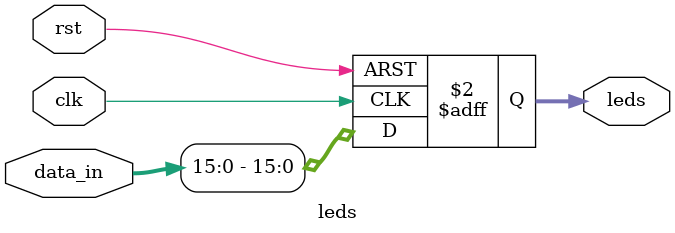
<source format=v>
`timescale 1ns / 1ps

module leds(
    input clk,
    input rst,
    input [31:0] data_in,
    output reg [15:0] leds
    );

    always @(posedge clk or posedge rst)
    begin
        if (rst)
            leds <= 16'b0;
        else
            leds <= data_in[15:0];   // display lower 16 bits
    end

endmodule

</source>
